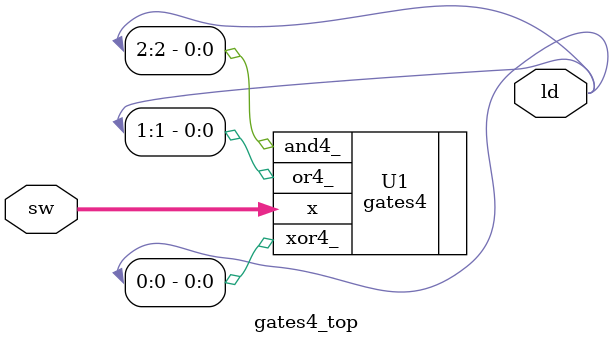
<source format=sv>
module gates4_top (
input wire [3:0] sw,
output wire [2:0] ld
);
gates4 U1 // Assuming 'gates4' provides and4_, or4_, xor4_ outputs from input 'x'
(
.x(sw),
.and4_(ld[2]),
.or4_(ld[1]),
.xor4_(ld[0])
);
endmodule
</source>
